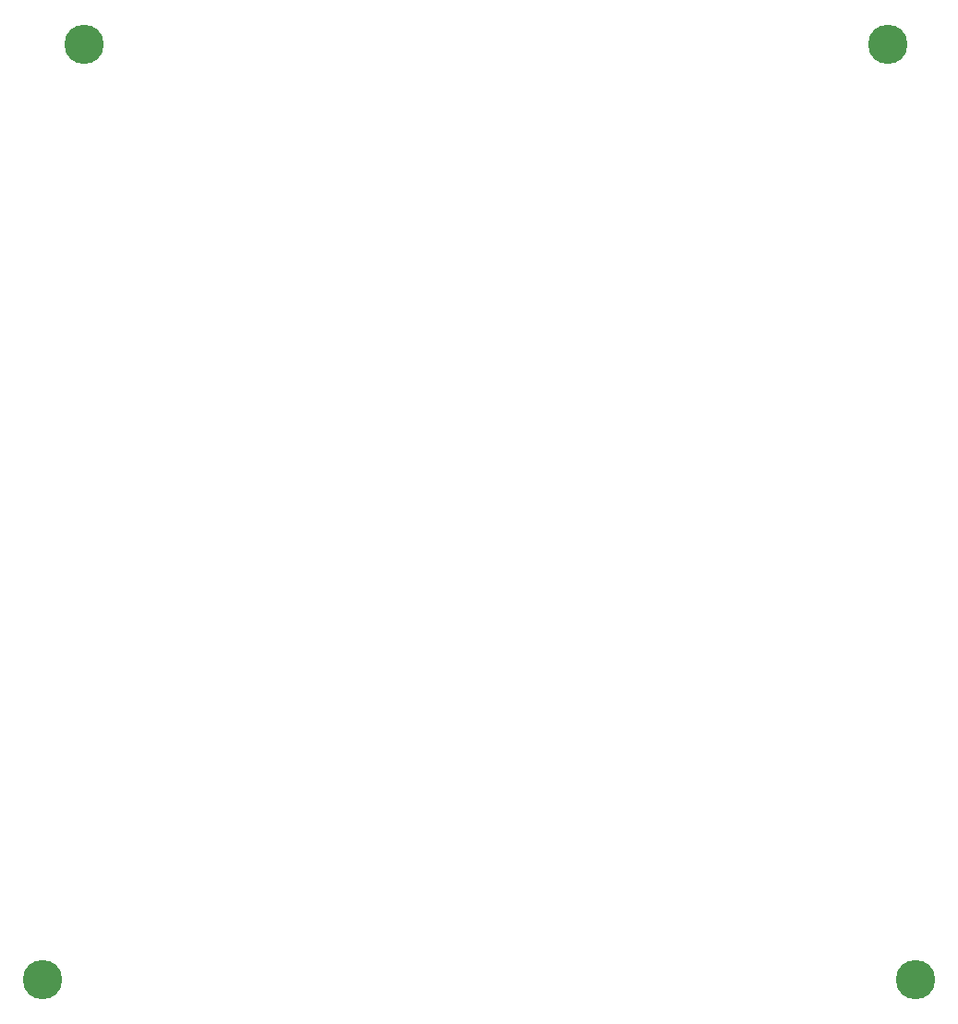
<source format=gbs>
G04 #@! TF.GenerationSoftware,KiCad,Pcbnew,5.0.0*
G04 #@! TF.CreationDate,2018-09-15T18:13:10-05:00*
G04 #@! TF.ProjectId,AntennaImpedance,416E74656E6E61496D706564616E6365,rev?*
G04 #@! TF.SameCoordinates,Original*
G04 #@! TF.FileFunction,Soldermask,Bot*
G04 #@! TF.FilePolarity,Negative*
%FSLAX46Y46*%
G04 Gerber Fmt 4.6, Leading zero omitted, Abs format (unit mm)*
G04 Created by KiCad (PCBNEW 5.0.0) date Sat Sep 15 18:13:10 2018*
%MOMM*%
%LPD*%
G01*
G04 APERTURE LIST*
%ADD10C,3.600000*%
G04 APERTURE END LIST*
D10*
G04 #@! TO.C,REF\002A\002A*
X113030000Y-53340000D03*
G04 #@! TD*
G04 #@! TO.C,REF\002A\002A*
X186690000Y-53340000D03*
G04 #@! TD*
G04 #@! TO.C,REF\002A\002A*
X109220000Y-139070000D03*
G04 #@! TD*
G04 #@! TO.C,REF\002A\002A*
X189230000Y-139070000D03*
G04 #@! TD*
M02*

</source>
